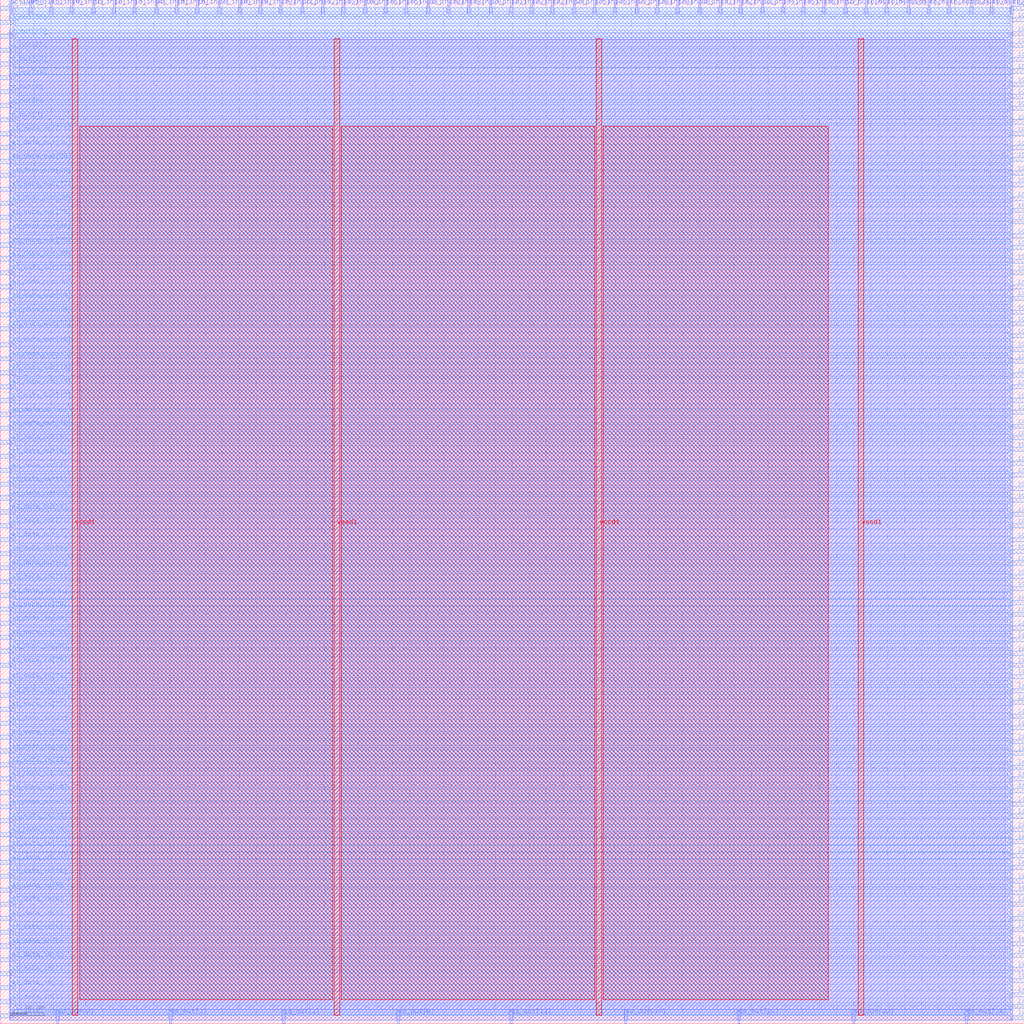
<source format=lef>
VERSION 5.7 ;
  NOWIREEXTENSIONATPIN ON ;
  DIVIDERCHAR "/" ;
  BUSBITCHARS "[]" ;
MACRO wrapped_vgademo_on_fpga
  CLASS BLOCK ;
  FOREIGN wrapped_vgademo_on_fpga ;
  ORIGIN 0.000 0.000 ;
  SIZE 300.000 BY 300.000 ;
  PIN active
    DIRECTION INPUT ;
    USE SIGNAL ;
    PORT
      LAYER met2 ;
        RECT 2.710 296.000 3.270 300.000 ;
    END
  END active
  PIN io_in[0]
    DIRECTION INPUT ;
    USE SIGNAL ;
    PORT
      LAYER met2 ;
        RECT 14.670 296.000 15.230 300.000 ;
    END
  END io_in[0]
  PIN io_in[10]
    DIRECTION INPUT ;
    USE SIGNAL ;
    PORT
      LAYER met2 ;
        RECT 75.850 296.000 76.410 300.000 ;
    END
  END io_in[10]
  PIN io_in[11]
    DIRECTION INPUT ;
    USE SIGNAL ;
    PORT
      LAYER met2 ;
        RECT 81.830 296.000 82.390 300.000 ;
    END
  END io_in[11]
  PIN io_in[12]
    DIRECTION INPUT ;
    USE SIGNAL ;
    PORT
      LAYER met2 ;
        RECT 88.270 296.000 88.830 300.000 ;
    END
  END io_in[12]
  PIN io_in[13]
    DIRECTION INPUT ;
    USE SIGNAL ;
    PORT
      LAYER met2 ;
        RECT 94.250 296.000 94.810 300.000 ;
    END
  END io_in[13]
  PIN io_in[14]
    DIRECTION INPUT ;
    USE SIGNAL ;
    PORT
      LAYER met2 ;
        RECT 100.230 296.000 100.790 300.000 ;
    END
  END io_in[14]
  PIN io_in[15]
    DIRECTION INPUT ;
    USE SIGNAL ;
    PORT
      LAYER met2 ;
        RECT 106.670 296.000 107.230 300.000 ;
    END
  END io_in[15]
  PIN io_in[16]
    DIRECTION INPUT ;
    USE SIGNAL ;
    PORT
      LAYER met2 ;
        RECT 112.650 296.000 113.210 300.000 ;
    END
  END io_in[16]
  PIN io_in[17]
    DIRECTION INPUT ;
    USE SIGNAL ;
    PORT
      LAYER met2 ;
        RECT 118.630 296.000 119.190 300.000 ;
    END
  END io_in[17]
  PIN io_in[18]
    DIRECTION INPUT ;
    USE SIGNAL ;
    PORT
      LAYER met2 ;
        RECT 125.070 296.000 125.630 300.000 ;
    END
  END io_in[18]
  PIN io_in[19]
    DIRECTION INPUT ;
    USE SIGNAL ;
    PORT
      LAYER met2 ;
        RECT 131.050 296.000 131.610 300.000 ;
    END
  END io_in[19]
  PIN io_in[1]
    DIRECTION INPUT ;
    USE SIGNAL ;
    PORT
      LAYER met2 ;
        RECT 20.650 296.000 21.210 300.000 ;
    END
  END io_in[1]
  PIN io_in[20]
    DIRECTION INPUT ;
    USE SIGNAL ;
    PORT
      LAYER met2 ;
        RECT 137.030 296.000 137.590 300.000 ;
    END
  END io_in[20]
  PIN io_in[21]
    DIRECTION INPUT ;
    USE SIGNAL ;
    PORT
      LAYER met2 ;
        RECT 143.470 296.000 144.030 300.000 ;
    END
  END io_in[21]
  PIN io_in[22]
    DIRECTION INPUT ;
    USE SIGNAL ;
    PORT
      LAYER met2 ;
        RECT 149.450 296.000 150.010 300.000 ;
    END
  END io_in[22]
  PIN io_in[23]
    DIRECTION INPUT ;
    USE SIGNAL ;
    PORT
      LAYER met2 ;
        RECT 155.430 296.000 155.990 300.000 ;
    END
  END io_in[23]
  PIN io_in[24]
    DIRECTION INPUT ;
    USE SIGNAL ;
    PORT
      LAYER met2 ;
        RECT 161.410 296.000 161.970 300.000 ;
    END
  END io_in[24]
  PIN io_in[25]
    DIRECTION INPUT ;
    USE SIGNAL ;
    PORT
      LAYER met2 ;
        RECT 167.850 296.000 168.410 300.000 ;
    END
  END io_in[25]
  PIN io_in[26]
    DIRECTION INPUT ;
    USE SIGNAL ;
    PORT
      LAYER met2 ;
        RECT 173.830 296.000 174.390 300.000 ;
    END
  END io_in[26]
  PIN io_in[27]
    DIRECTION INPUT ;
    USE SIGNAL ;
    PORT
      LAYER met2 ;
        RECT 179.810 296.000 180.370 300.000 ;
    END
  END io_in[27]
  PIN io_in[28]
    DIRECTION INPUT ;
    USE SIGNAL ;
    PORT
      LAYER met2 ;
        RECT 186.250 296.000 186.810 300.000 ;
    END
  END io_in[28]
  PIN io_in[29]
    DIRECTION INPUT ;
    USE SIGNAL ;
    PORT
      LAYER met2 ;
        RECT 192.230 296.000 192.790 300.000 ;
    END
  END io_in[29]
  PIN io_in[2]
    DIRECTION INPUT ;
    USE SIGNAL ;
    PORT
      LAYER met2 ;
        RECT 27.090 296.000 27.650 300.000 ;
    END
  END io_in[2]
  PIN io_in[30]
    DIRECTION INPUT ;
    USE SIGNAL ;
    PORT
      LAYER met2 ;
        RECT 198.210 296.000 198.770 300.000 ;
    END
  END io_in[30]
  PIN io_in[31]
    DIRECTION INPUT ;
    USE SIGNAL ;
    PORT
      LAYER met2 ;
        RECT 204.650 296.000 205.210 300.000 ;
    END
  END io_in[31]
  PIN io_in[32]
    DIRECTION INPUT ;
    USE SIGNAL ;
    PORT
      LAYER met2 ;
        RECT 210.630 296.000 211.190 300.000 ;
    END
  END io_in[32]
  PIN io_in[33]
    DIRECTION INPUT ;
    USE SIGNAL ;
    PORT
      LAYER met2 ;
        RECT 216.610 296.000 217.170 300.000 ;
    END
  END io_in[33]
  PIN io_in[34]
    DIRECTION INPUT ;
    USE SIGNAL ;
    PORT
      LAYER met2 ;
        RECT 223.050 296.000 223.610 300.000 ;
    END
  END io_in[34]
  PIN io_in[35]
    DIRECTION INPUT ;
    USE SIGNAL ;
    PORT
      LAYER met2 ;
        RECT 229.030 296.000 229.590 300.000 ;
    END
  END io_in[35]
  PIN io_in[36]
    DIRECTION INPUT ;
    USE SIGNAL ;
    PORT
      LAYER met2 ;
        RECT 235.010 296.000 235.570 300.000 ;
    END
  END io_in[36]
  PIN io_in[37]
    DIRECTION INPUT ;
    USE SIGNAL ;
    PORT
      LAYER met2 ;
        RECT 240.990 296.000 241.550 300.000 ;
    END
  END io_in[37]
  PIN io_in[3]
    DIRECTION INPUT ;
    USE SIGNAL ;
    PORT
      LAYER met2 ;
        RECT 33.070 296.000 33.630 300.000 ;
    END
  END io_in[3]
  PIN io_in[4]
    DIRECTION INPUT ;
    USE SIGNAL ;
    PORT
      LAYER met2 ;
        RECT 39.050 296.000 39.610 300.000 ;
    END
  END io_in[4]
  PIN io_in[5]
    DIRECTION INPUT ;
    USE SIGNAL ;
    PORT
      LAYER met2 ;
        RECT 45.490 296.000 46.050 300.000 ;
    END
  END io_in[5]
  PIN io_in[6]
    DIRECTION INPUT ;
    USE SIGNAL ;
    PORT
      LAYER met2 ;
        RECT 51.470 296.000 52.030 300.000 ;
    END
  END io_in[6]
  PIN io_in[7]
    DIRECTION INPUT ;
    USE SIGNAL ;
    PORT
      LAYER met2 ;
        RECT 57.450 296.000 58.010 300.000 ;
    END
  END io_in[7]
  PIN io_in[8]
    DIRECTION INPUT ;
    USE SIGNAL ;
    PORT
      LAYER met2 ;
        RECT 63.890 296.000 64.450 300.000 ;
    END
  END io_in[8]
  PIN io_in[9]
    DIRECTION INPUT ;
    USE SIGNAL ;
    PORT
      LAYER met2 ;
        RECT 69.870 296.000 70.430 300.000 ;
    END
  END io_in[9]
  PIN io_oeb[0]
    DIRECTION OUTPUT TRISTATE ;
    USE SIGNAL ;
    PORT
      LAYER met3 ;
        RECT 296.000 119.420 300.000 120.620 ;
    END
  END io_oeb[0]
  PIN io_oeb[10]
    DIRECTION OUTPUT TRISTATE ;
    USE SIGNAL ;
    PORT
      LAYER met3 ;
        RECT 296.000 156.140 300.000 157.340 ;
    END
  END io_oeb[10]
  PIN io_oeb[11]
    DIRECTION OUTPUT TRISTATE ;
    USE SIGNAL ;
    PORT
      LAYER met3 ;
        RECT 296.000 160.220 300.000 161.420 ;
    END
  END io_oeb[11]
  PIN io_oeb[12]
    DIRECTION OUTPUT TRISTATE ;
    USE SIGNAL ;
    PORT
      LAYER met3 ;
        RECT 296.000 163.620 300.000 164.820 ;
    END
  END io_oeb[12]
  PIN io_oeb[13]
    DIRECTION OUTPUT TRISTATE ;
    USE SIGNAL ;
    PORT
      LAYER met3 ;
        RECT 296.000 167.700 300.000 168.900 ;
    END
  END io_oeb[13]
  PIN io_oeb[14]
    DIRECTION OUTPUT TRISTATE ;
    USE SIGNAL ;
    PORT
      LAYER met3 ;
        RECT 296.000 171.100 300.000 172.300 ;
    END
  END io_oeb[14]
  PIN io_oeb[15]
    DIRECTION OUTPUT TRISTATE ;
    USE SIGNAL ;
    PORT
      LAYER met3 ;
        RECT 296.000 174.500 300.000 175.700 ;
    END
  END io_oeb[15]
  PIN io_oeb[16]
    DIRECTION OUTPUT TRISTATE ;
    USE SIGNAL ;
    PORT
      LAYER met3 ;
        RECT 296.000 178.580 300.000 179.780 ;
    END
  END io_oeb[16]
  PIN io_oeb[17]
    DIRECTION OUTPUT TRISTATE ;
    USE SIGNAL ;
    PORT
      LAYER met3 ;
        RECT 296.000 181.980 300.000 183.180 ;
    END
  END io_oeb[17]
  PIN io_oeb[18]
    DIRECTION OUTPUT TRISTATE ;
    USE SIGNAL ;
    PORT
      LAYER met3 ;
        RECT 296.000 186.060 300.000 187.260 ;
    END
  END io_oeb[18]
  PIN io_oeb[19]
    DIRECTION OUTPUT TRISTATE ;
    USE SIGNAL ;
    PORT
      LAYER met3 ;
        RECT 296.000 189.460 300.000 190.660 ;
    END
  END io_oeb[19]
  PIN io_oeb[1]
    DIRECTION OUTPUT TRISTATE ;
    USE SIGNAL ;
    PORT
      LAYER met3 ;
        RECT 296.000 122.820 300.000 124.020 ;
    END
  END io_oeb[1]
  PIN io_oeb[20]
    DIRECTION OUTPUT TRISTATE ;
    USE SIGNAL ;
    PORT
      LAYER met3 ;
        RECT 296.000 193.540 300.000 194.740 ;
    END
  END io_oeb[20]
  PIN io_oeb[21]
    DIRECTION OUTPUT TRISTATE ;
    USE SIGNAL ;
    PORT
      LAYER met3 ;
        RECT 296.000 196.940 300.000 198.140 ;
    END
  END io_oeb[21]
  PIN io_oeb[22]
    DIRECTION OUTPUT TRISTATE ;
    USE SIGNAL ;
    PORT
      LAYER met3 ;
        RECT 296.000 201.020 300.000 202.220 ;
    END
  END io_oeb[22]
  PIN io_oeb[23]
    DIRECTION OUTPUT TRISTATE ;
    USE SIGNAL ;
    PORT
      LAYER met3 ;
        RECT 296.000 204.420 300.000 205.620 ;
    END
  END io_oeb[23]
  PIN io_oeb[24]
    DIRECTION OUTPUT TRISTATE ;
    USE SIGNAL ;
    PORT
      LAYER met3 ;
        RECT 296.000 207.820 300.000 209.020 ;
    END
  END io_oeb[24]
  PIN io_oeb[25]
    DIRECTION OUTPUT TRISTATE ;
    USE SIGNAL ;
    PORT
      LAYER met3 ;
        RECT 296.000 211.900 300.000 213.100 ;
    END
  END io_oeb[25]
  PIN io_oeb[26]
    DIRECTION OUTPUT TRISTATE ;
    USE SIGNAL ;
    PORT
      LAYER met3 ;
        RECT 296.000 215.300 300.000 216.500 ;
    END
  END io_oeb[26]
  PIN io_oeb[27]
    DIRECTION OUTPUT TRISTATE ;
    USE SIGNAL ;
    PORT
      LAYER met3 ;
        RECT 296.000 219.380 300.000 220.580 ;
    END
  END io_oeb[27]
  PIN io_oeb[28]
    DIRECTION OUTPUT TRISTATE ;
    USE SIGNAL ;
    PORT
      LAYER met3 ;
        RECT 296.000 222.780 300.000 223.980 ;
    END
  END io_oeb[28]
  PIN io_oeb[29]
    DIRECTION OUTPUT TRISTATE ;
    USE SIGNAL ;
    PORT
      LAYER met3 ;
        RECT 296.000 226.860 300.000 228.060 ;
    END
  END io_oeb[29]
  PIN io_oeb[2]
    DIRECTION OUTPUT TRISTATE ;
    USE SIGNAL ;
    PORT
      LAYER met3 ;
        RECT 296.000 126.900 300.000 128.100 ;
    END
  END io_oeb[2]
  PIN io_oeb[30]
    DIRECTION OUTPUT TRISTATE ;
    USE SIGNAL ;
    PORT
      LAYER met3 ;
        RECT 296.000 230.260 300.000 231.460 ;
    END
  END io_oeb[30]
  PIN io_oeb[31]
    DIRECTION OUTPUT TRISTATE ;
    USE SIGNAL ;
    PORT
      LAYER met3 ;
        RECT 296.000 234.340 300.000 235.540 ;
    END
  END io_oeb[31]
  PIN io_oeb[32]
    DIRECTION OUTPUT TRISTATE ;
    USE SIGNAL ;
    PORT
      LAYER met3 ;
        RECT 296.000 237.740 300.000 238.940 ;
    END
  END io_oeb[32]
  PIN io_oeb[33]
    DIRECTION OUTPUT TRISTATE ;
    USE SIGNAL ;
    PORT
      LAYER met3 ;
        RECT 296.000 241.140 300.000 242.340 ;
    END
  END io_oeb[33]
  PIN io_oeb[34]
    DIRECTION OUTPUT TRISTATE ;
    USE SIGNAL ;
    PORT
      LAYER met3 ;
        RECT 296.000 245.220 300.000 246.420 ;
    END
  END io_oeb[34]
  PIN io_oeb[35]
    DIRECTION OUTPUT TRISTATE ;
    USE SIGNAL ;
    PORT
      LAYER met3 ;
        RECT 296.000 248.620 300.000 249.820 ;
    END
  END io_oeb[35]
  PIN io_oeb[36]
    DIRECTION OUTPUT TRISTATE ;
    USE SIGNAL ;
    PORT
      LAYER met3 ;
        RECT 296.000 252.700 300.000 253.900 ;
    END
  END io_oeb[36]
  PIN io_oeb[37]
    DIRECTION OUTPUT TRISTATE ;
    USE SIGNAL ;
    PORT
      LAYER met3 ;
        RECT 296.000 256.100 300.000 257.300 ;
    END
  END io_oeb[37]
  PIN io_oeb[3]
    DIRECTION OUTPUT TRISTATE ;
    USE SIGNAL ;
    PORT
      LAYER met3 ;
        RECT 296.000 130.300 300.000 131.500 ;
    END
  END io_oeb[3]
  PIN io_oeb[4]
    DIRECTION OUTPUT TRISTATE ;
    USE SIGNAL ;
    PORT
      LAYER met3 ;
        RECT 296.000 134.380 300.000 135.580 ;
    END
  END io_oeb[4]
  PIN io_oeb[5]
    DIRECTION OUTPUT TRISTATE ;
    USE SIGNAL ;
    PORT
      LAYER met3 ;
        RECT 296.000 137.780 300.000 138.980 ;
    END
  END io_oeb[5]
  PIN io_oeb[6]
    DIRECTION OUTPUT TRISTATE ;
    USE SIGNAL ;
    PORT
      LAYER met3 ;
        RECT 296.000 141.180 300.000 142.380 ;
    END
  END io_oeb[6]
  PIN io_oeb[7]
    DIRECTION OUTPUT TRISTATE ;
    USE SIGNAL ;
    PORT
      LAYER met3 ;
        RECT 296.000 145.260 300.000 146.460 ;
    END
  END io_oeb[7]
  PIN io_oeb[8]
    DIRECTION OUTPUT TRISTATE ;
    USE SIGNAL ;
    PORT
      LAYER met3 ;
        RECT 296.000 148.660 300.000 149.860 ;
    END
  END io_oeb[8]
  PIN io_oeb[9]
    DIRECTION OUTPUT TRISTATE ;
    USE SIGNAL ;
    PORT
      LAYER met3 ;
        RECT 296.000 152.740 300.000 153.940 ;
    END
  END io_oeb[9]
  PIN io_out[0]
    DIRECTION OUTPUT TRISTATE ;
    USE SIGNAL ;
    PORT
      LAYER met2 ;
        RECT 16.510 0.000 17.070 4.000 ;
    END
  END io_out[0]
  PIN io_out[10]
    DIRECTION OUTPUT TRISTATE ;
    USE SIGNAL ;
    PORT
      LAYER met2 ;
        RECT 247.430 296.000 247.990 300.000 ;
    END
  END io_out[10]
  PIN io_out[11]
    DIRECTION OUTPUT TRISTATE ;
    USE SIGNAL ;
    PORT
      LAYER met3 ;
        RECT 296.000 271.060 300.000 272.260 ;
    END
  END io_out[11]
  PIN io_out[12]
    DIRECTION OUTPUT TRISTATE ;
    USE SIGNAL ;
    PORT
      LAYER met3 ;
        RECT 296.000 274.460 300.000 275.660 ;
    END
  END io_out[12]
  PIN io_out[13]
    DIRECTION OUTPUT TRISTATE ;
    USE SIGNAL ;
    PORT
      LAYER met2 ;
        RECT 149.450 0.000 150.010 4.000 ;
    END
  END io_out[13]
  PIN io_out[14]
    DIRECTION OUTPUT TRISTATE ;
    USE SIGNAL ;
    PORT
      LAYER met2 ;
        RECT 183.030 0.000 183.590 4.000 ;
    END
  END io_out[14]
  PIN io_out[15]
    DIRECTION OUTPUT TRISTATE ;
    USE SIGNAL ;
    PORT
      LAYER met2 ;
        RECT 253.410 296.000 253.970 300.000 ;
    END
  END io_out[15]
  PIN io_out[16]
    DIRECTION OUTPUT TRISTATE ;
    USE SIGNAL ;
    PORT
      LAYER met3 ;
        RECT 296.000 278.540 300.000 279.740 ;
    END
  END io_out[16]
  PIN io_out[17]
    DIRECTION OUTPUT TRISTATE ;
    USE SIGNAL ;
    PORT
      LAYER met3 ;
        RECT 296.000 281.940 300.000 283.140 ;
    END
  END io_out[17]
  PIN io_out[18]
    DIRECTION OUTPUT TRISTATE ;
    USE SIGNAL ;
    PORT
      LAYER met3 ;
        RECT 296.000 286.020 300.000 287.220 ;
    END
  END io_out[18]
  PIN io_out[19]
    DIRECTION OUTPUT TRISTATE ;
    USE SIGNAL ;
    PORT
      LAYER met3 ;
        RECT 0.000 276.500 4.000 277.700 ;
    END
  END io_out[19]
  PIN io_out[1]
    DIRECTION OUTPUT TRISTATE ;
    USE SIGNAL ;
    PORT
      LAYER met3 ;
        RECT 296.000 260.180 300.000 261.380 ;
    END
  END io_out[1]
  PIN io_out[20]
    DIRECTION OUTPUT TRISTATE ;
    USE SIGNAL ;
    PORT
      LAYER met2 ;
        RECT 216.150 0.000 216.710 4.000 ;
    END
  END io_out[20]
  PIN io_out[21]
    DIRECTION OUTPUT TRISTATE ;
    USE SIGNAL ;
    PORT
      LAYER met3 ;
        RECT 296.000 289.420 300.000 290.620 ;
    END
  END io_out[21]
  PIN io_out[22]
    DIRECTION OUTPUT TRISTATE ;
    USE SIGNAL ;
    PORT
      LAYER met2 ;
        RECT 249.730 0.000 250.290 4.000 ;
    END
  END io_out[22]
  PIN io_out[23]
    DIRECTION OUTPUT TRISTATE ;
    USE SIGNAL ;
    PORT
      LAYER met3 ;
        RECT 0.000 280.580 4.000 281.780 ;
    END
  END io_out[23]
  PIN io_out[24]
    DIRECTION OUTPUT TRISTATE ;
    USE SIGNAL ;
    PORT
      LAYER met3 ;
        RECT 296.000 293.500 300.000 294.700 ;
    END
  END io_out[24]
  PIN io_out[25]
    DIRECTION OUTPUT TRISTATE ;
    USE SIGNAL ;
    PORT
      LAYER met3 ;
        RECT 0.000 284.660 4.000 285.860 ;
    END
  END io_out[25]
  PIN io_out[26]
    DIRECTION OUTPUT TRISTATE ;
    USE SIGNAL ;
    PORT
      LAYER met2 ;
        RECT 259.390 296.000 259.950 300.000 ;
    END
  END io_out[26]
  PIN io_out[27]
    DIRECTION OUTPUT TRISTATE ;
    USE SIGNAL ;
    PORT
      LAYER met3 ;
        RECT 0.000 288.740 4.000 289.940 ;
    END
  END io_out[27]
  PIN io_out[28]
    DIRECTION OUTPUT TRISTATE ;
    USE SIGNAL ;
    PORT
      LAYER met2 ;
        RECT 265.830 296.000 266.390 300.000 ;
    END
  END io_out[28]
  PIN io_out[29]
    DIRECTION OUTPUT TRISTATE ;
    USE SIGNAL ;
    PORT
      LAYER met3 ;
        RECT 296.000 296.900 300.000 298.100 ;
    END
  END io_out[29]
  PIN io_out[2]
    DIRECTION OUTPUT TRISTATE ;
    USE SIGNAL ;
    PORT
      LAYER met2 ;
        RECT 49.630 0.000 50.190 4.000 ;
    END
  END io_out[2]
  PIN io_out[30]
    DIRECTION OUTPUT TRISTATE ;
    USE SIGNAL ;
    PORT
      LAYER met3 ;
        RECT 0.000 292.820 4.000 294.020 ;
    END
  END io_out[30]
  PIN io_out[31]
    DIRECTION OUTPUT TRISTATE ;
    USE SIGNAL ;
    PORT
      LAYER met2 ;
        RECT 271.810 296.000 272.370 300.000 ;
    END
  END io_out[31]
  PIN io_out[32]
    DIRECTION OUTPUT TRISTATE ;
    USE SIGNAL ;
    PORT
      LAYER met2 ;
        RECT 277.790 296.000 278.350 300.000 ;
    END
  END io_out[32]
  PIN io_out[33]
    DIRECTION OUTPUT TRISTATE ;
    USE SIGNAL ;
    PORT
      LAYER met2 ;
        RECT 284.230 296.000 284.790 300.000 ;
    END
  END io_out[33]
  PIN io_out[34]
    DIRECTION OUTPUT TRISTATE ;
    USE SIGNAL ;
    PORT
      LAYER met2 ;
        RECT 282.850 0.000 283.410 4.000 ;
    END
  END io_out[34]
  PIN io_out[35]
    DIRECTION OUTPUT TRISTATE ;
    USE SIGNAL ;
    PORT
      LAYER met3 ;
        RECT 0.000 296.900 4.000 298.100 ;
    END
  END io_out[35]
  PIN io_out[36]
    DIRECTION OUTPUT TRISTATE ;
    USE SIGNAL ;
    PORT
      LAYER met2 ;
        RECT 290.210 296.000 290.770 300.000 ;
    END
  END io_out[36]
  PIN io_out[37]
    DIRECTION OUTPUT TRISTATE ;
    USE SIGNAL ;
    PORT
      LAYER met2 ;
        RECT 296.190 296.000 296.750 300.000 ;
    END
  END io_out[37]
  PIN io_out[3]
    DIRECTION OUTPUT TRISTATE ;
    USE SIGNAL ;
    PORT
      LAYER met2 ;
        RECT 82.750 0.000 83.310 4.000 ;
    END
  END io_out[3]
  PIN io_out[4]
    DIRECTION OUTPUT TRISTATE ;
    USE SIGNAL ;
    PORT
      LAYER met3 ;
        RECT 296.000 263.580 300.000 264.780 ;
    END
  END io_out[4]
  PIN io_out[5]
    DIRECTION OUTPUT TRISTATE ;
    USE SIGNAL ;
    PORT
      LAYER met2 ;
        RECT 116.330 0.000 116.890 4.000 ;
    END
  END io_out[5]
  PIN io_out[6]
    DIRECTION OUTPUT TRISTATE ;
    USE SIGNAL ;
    PORT
      LAYER met3 ;
        RECT 296.000 267.660 300.000 268.860 ;
    END
  END io_out[6]
  PIN io_out[7]
    DIRECTION OUTPUT TRISTATE ;
    USE SIGNAL ;
    PORT
      LAYER met3 ;
        RECT 0.000 264.260 4.000 265.460 ;
    END
  END io_out[7]
  PIN io_out[8]
    DIRECTION OUTPUT TRISTATE ;
    USE SIGNAL ;
    PORT
      LAYER met3 ;
        RECT 0.000 268.340 4.000 269.540 ;
    END
  END io_out[8]
  PIN io_out[9]
    DIRECTION OUTPUT TRISTATE ;
    USE SIGNAL ;
    PORT
      LAYER met3 ;
        RECT 0.000 272.420 4.000 273.620 ;
    END
  END io_out[9]
  PIN la1_data_in[0]
    DIRECTION INPUT ;
    USE SIGNAL ;
    PORT
      LAYER met3 ;
        RECT 0.000 1.780 4.000 2.980 ;
    END
  END la1_data_in[0]
  PIN la1_data_in[10]
    DIRECTION INPUT ;
    USE SIGNAL ;
    PORT
      LAYER met3 ;
        RECT 0.000 42.580 4.000 43.780 ;
    END
  END la1_data_in[10]
  PIN la1_data_in[11]
    DIRECTION INPUT ;
    USE SIGNAL ;
    PORT
      LAYER met3 ;
        RECT 0.000 46.660 4.000 47.860 ;
    END
  END la1_data_in[11]
  PIN la1_data_in[12]
    DIRECTION INPUT ;
    USE SIGNAL ;
    PORT
      LAYER met3 ;
        RECT 0.000 50.740 4.000 51.940 ;
    END
  END la1_data_in[12]
  PIN la1_data_in[13]
    DIRECTION INPUT ;
    USE SIGNAL ;
    PORT
      LAYER met3 ;
        RECT 0.000 54.820 4.000 56.020 ;
    END
  END la1_data_in[13]
  PIN la1_data_in[14]
    DIRECTION INPUT ;
    USE SIGNAL ;
    PORT
      LAYER met3 ;
        RECT 0.000 58.900 4.000 60.100 ;
    END
  END la1_data_in[14]
  PIN la1_data_in[15]
    DIRECTION INPUT ;
    USE SIGNAL ;
    PORT
      LAYER met3 ;
        RECT 0.000 62.980 4.000 64.180 ;
    END
  END la1_data_in[15]
  PIN la1_data_in[16]
    DIRECTION INPUT ;
    USE SIGNAL ;
    PORT
      LAYER met3 ;
        RECT 0.000 67.060 4.000 68.260 ;
    END
  END la1_data_in[16]
  PIN la1_data_in[17]
    DIRECTION INPUT ;
    USE SIGNAL ;
    PORT
      LAYER met3 ;
        RECT 0.000 71.140 4.000 72.340 ;
    END
  END la1_data_in[17]
  PIN la1_data_in[18]
    DIRECTION INPUT ;
    USE SIGNAL ;
    PORT
      LAYER met3 ;
        RECT 0.000 75.220 4.000 76.420 ;
    END
  END la1_data_in[18]
  PIN la1_data_in[19]
    DIRECTION INPUT ;
    USE SIGNAL ;
    PORT
      LAYER met3 ;
        RECT 0.000 79.300 4.000 80.500 ;
    END
  END la1_data_in[19]
  PIN la1_data_in[1]
    DIRECTION INPUT ;
    USE SIGNAL ;
    PORT
      LAYER met3 ;
        RECT 0.000 5.860 4.000 7.060 ;
    END
  END la1_data_in[1]
  PIN la1_data_in[20]
    DIRECTION INPUT ;
    USE SIGNAL ;
    PORT
      LAYER met3 ;
        RECT 0.000 83.380 4.000 84.580 ;
    END
  END la1_data_in[20]
  PIN la1_data_in[21]
    DIRECTION INPUT ;
    USE SIGNAL ;
    PORT
      LAYER met3 ;
        RECT 0.000 87.460 4.000 88.660 ;
    END
  END la1_data_in[21]
  PIN la1_data_in[22]
    DIRECTION INPUT ;
    USE SIGNAL ;
    PORT
      LAYER met3 ;
        RECT 0.000 91.540 4.000 92.740 ;
    END
  END la1_data_in[22]
  PIN la1_data_in[23]
    DIRECTION INPUT ;
    USE SIGNAL ;
    PORT
      LAYER met3 ;
        RECT 0.000 95.620 4.000 96.820 ;
    END
  END la1_data_in[23]
  PIN la1_data_in[24]
    DIRECTION INPUT ;
    USE SIGNAL ;
    PORT
      LAYER met3 ;
        RECT 0.000 99.700 4.000 100.900 ;
    END
  END la1_data_in[24]
  PIN la1_data_in[25]
    DIRECTION INPUT ;
    USE SIGNAL ;
    PORT
      LAYER met3 ;
        RECT 0.000 104.460 4.000 105.660 ;
    END
  END la1_data_in[25]
  PIN la1_data_in[26]
    DIRECTION INPUT ;
    USE SIGNAL ;
    PORT
      LAYER met3 ;
        RECT 0.000 108.540 4.000 109.740 ;
    END
  END la1_data_in[26]
  PIN la1_data_in[27]
    DIRECTION INPUT ;
    USE SIGNAL ;
    PORT
      LAYER met3 ;
        RECT 0.000 112.620 4.000 113.820 ;
    END
  END la1_data_in[27]
  PIN la1_data_in[28]
    DIRECTION INPUT ;
    USE SIGNAL ;
    PORT
      LAYER met3 ;
        RECT 0.000 116.700 4.000 117.900 ;
    END
  END la1_data_in[28]
  PIN la1_data_in[29]
    DIRECTION INPUT ;
    USE SIGNAL ;
    PORT
      LAYER met3 ;
        RECT 0.000 120.780 4.000 121.980 ;
    END
  END la1_data_in[29]
  PIN la1_data_in[2]
    DIRECTION INPUT ;
    USE SIGNAL ;
    PORT
      LAYER met3 ;
        RECT 0.000 9.940 4.000 11.140 ;
    END
  END la1_data_in[2]
  PIN la1_data_in[30]
    DIRECTION INPUT ;
    USE SIGNAL ;
    PORT
      LAYER met3 ;
        RECT 0.000 124.860 4.000 126.060 ;
    END
  END la1_data_in[30]
  PIN la1_data_in[31]
    DIRECTION INPUT ;
    USE SIGNAL ;
    PORT
      LAYER met3 ;
        RECT 0.000 128.940 4.000 130.140 ;
    END
  END la1_data_in[31]
  PIN la1_data_in[3]
    DIRECTION INPUT ;
    USE SIGNAL ;
    PORT
      LAYER met3 ;
        RECT 0.000 14.020 4.000 15.220 ;
    END
  END la1_data_in[3]
  PIN la1_data_in[4]
    DIRECTION INPUT ;
    USE SIGNAL ;
    PORT
      LAYER met3 ;
        RECT 0.000 18.100 4.000 19.300 ;
    END
  END la1_data_in[4]
  PIN la1_data_in[5]
    DIRECTION INPUT ;
    USE SIGNAL ;
    PORT
      LAYER met3 ;
        RECT 0.000 22.180 4.000 23.380 ;
    END
  END la1_data_in[5]
  PIN la1_data_in[6]
    DIRECTION INPUT ;
    USE SIGNAL ;
    PORT
      LAYER met3 ;
        RECT 0.000 26.260 4.000 27.460 ;
    END
  END la1_data_in[6]
  PIN la1_data_in[7]
    DIRECTION INPUT ;
    USE SIGNAL ;
    PORT
      LAYER met3 ;
        RECT 0.000 30.340 4.000 31.540 ;
    END
  END la1_data_in[7]
  PIN la1_data_in[8]
    DIRECTION INPUT ;
    USE SIGNAL ;
    PORT
      LAYER met3 ;
        RECT 0.000 34.420 4.000 35.620 ;
    END
  END la1_data_in[8]
  PIN la1_data_in[9]
    DIRECTION INPUT ;
    USE SIGNAL ;
    PORT
      LAYER met3 ;
        RECT 0.000 38.500 4.000 39.700 ;
    END
  END la1_data_in[9]
  PIN la1_data_out[0]
    DIRECTION OUTPUT TRISTATE ;
    USE SIGNAL ;
    PORT
      LAYER met3 ;
        RECT 0.000 133.020 4.000 134.220 ;
    END
  END la1_data_out[0]
  PIN la1_data_out[10]
    DIRECTION OUTPUT TRISTATE ;
    USE SIGNAL ;
    PORT
      LAYER met3 ;
        RECT 0.000 173.820 4.000 175.020 ;
    END
  END la1_data_out[10]
  PIN la1_data_out[11]
    DIRECTION OUTPUT TRISTATE ;
    USE SIGNAL ;
    PORT
      LAYER met3 ;
        RECT 0.000 177.900 4.000 179.100 ;
    END
  END la1_data_out[11]
  PIN la1_data_out[12]
    DIRECTION OUTPUT TRISTATE ;
    USE SIGNAL ;
    PORT
      LAYER met3 ;
        RECT 0.000 181.980 4.000 183.180 ;
    END
  END la1_data_out[12]
  PIN la1_data_out[13]
    DIRECTION OUTPUT TRISTATE ;
    USE SIGNAL ;
    PORT
      LAYER met3 ;
        RECT 0.000 186.060 4.000 187.260 ;
    END
  END la1_data_out[13]
  PIN la1_data_out[14]
    DIRECTION OUTPUT TRISTATE ;
    USE SIGNAL ;
    PORT
      LAYER met3 ;
        RECT 0.000 190.140 4.000 191.340 ;
    END
  END la1_data_out[14]
  PIN la1_data_out[15]
    DIRECTION OUTPUT TRISTATE ;
    USE SIGNAL ;
    PORT
      LAYER met3 ;
        RECT 0.000 194.220 4.000 195.420 ;
    END
  END la1_data_out[15]
  PIN la1_data_out[16]
    DIRECTION OUTPUT TRISTATE ;
    USE SIGNAL ;
    PORT
      LAYER met3 ;
        RECT 0.000 198.300 4.000 199.500 ;
    END
  END la1_data_out[16]
  PIN la1_data_out[17]
    DIRECTION OUTPUT TRISTATE ;
    USE SIGNAL ;
    PORT
      LAYER met3 ;
        RECT 0.000 203.060 4.000 204.260 ;
    END
  END la1_data_out[17]
  PIN la1_data_out[18]
    DIRECTION OUTPUT TRISTATE ;
    USE SIGNAL ;
    PORT
      LAYER met3 ;
        RECT 0.000 207.140 4.000 208.340 ;
    END
  END la1_data_out[18]
  PIN la1_data_out[19]
    DIRECTION OUTPUT TRISTATE ;
    USE SIGNAL ;
    PORT
      LAYER met3 ;
        RECT 0.000 211.220 4.000 212.420 ;
    END
  END la1_data_out[19]
  PIN la1_data_out[1]
    DIRECTION OUTPUT TRISTATE ;
    USE SIGNAL ;
    PORT
      LAYER met3 ;
        RECT 0.000 137.100 4.000 138.300 ;
    END
  END la1_data_out[1]
  PIN la1_data_out[20]
    DIRECTION OUTPUT TRISTATE ;
    USE SIGNAL ;
    PORT
      LAYER met3 ;
        RECT 0.000 215.300 4.000 216.500 ;
    END
  END la1_data_out[20]
  PIN la1_data_out[21]
    DIRECTION OUTPUT TRISTATE ;
    USE SIGNAL ;
    PORT
      LAYER met3 ;
        RECT 0.000 219.380 4.000 220.580 ;
    END
  END la1_data_out[21]
  PIN la1_data_out[22]
    DIRECTION OUTPUT TRISTATE ;
    USE SIGNAL ;
    PORT
      LAYER met3 ;
        RECT 0.000 223.460 4.000 224.660 ;
    END
  END la1_data_out[22]
  PIN la1_data_out[23]
    DIRECTION OUTPUT TRISTATE ;
    USE SIGNAL ;
    PORT
      LAYER met3 ;
        RECT 0.000 227.540 4.000 228.740 ;
    END
  END la1_data_out[23]
  PIN la1_data_out[24]
    DIRECTION OUTPUT TRISTATE ;
    USE SIGNAL ;
    PORT
      LAYER met3 ;
        RECT 0.000 231.620 4.000 232.820 ;
    END
  END la1_data_out[24]
  PIN la1_data_out[25]
    DIRECTION OUTPUT TRISTATE ;
    USE SIGNAL ;
    PORT
      LAYER met3 ;
        RECT 0.000 235.700 4.000 236.900 ;
    END
  END la1_data_out[25]
  PIN la1_data_out[26]
    DIRECTION OUTPUT TRISTATE ;
    USE SIGNAL ;
    PORT
      LAYER met3 ;
        RECT 0.000 239.780 4.000 240.980 ;
    END
  END la1_data_out[26]
  PIN la1_data_out[27]
    DIRECTION OUTPUT TRISTATE ;
    USE SIGNAL ;
    PORT
      LAYER met3 ;
        RECT 0.000 243.860 4.000 245.060 ;
    END
  END la1_data_out[27]
  PIN la1_data_out[28]
    DIRECTION OUTPUT TRISTATE ;
    USE SIGNAL ;
    PORT
      LAYER met3 ;
        RECT 0.000 247.940 4.000 249.140 ;
    END
  END la1_data_out[28]
  PIN la1_data_out[29]
    DIRECTION OUTPUT TRISTATE ;
    USE SIGNAL ;
    PORT
      LAYER met3 ;
        RECT 0.000 252.020 4.000 253.220 ;
    END
  END la1_data_out[29]
  PIN la1_data_out[2]
    DIRECTION OUTPUT TRISTATE ;
    USE SIGNAL ;
    PORT
      LAYER met3 ;
        RECT 0.000 141.180 4.000 142.380 ;
    END
  END la1_data_out[2]
  PIN la1_data_out[30]
    DIRECTION OUTPUT TRISTATE ;
    USE SIGNAL ;
    PORT
      LAYER met3 ;
        RECT 0.000 256.100 4.000 257.300 ;
    END
  END la1_data_out[30]
  PIN la1_data_out[31]
    DIRECTION OUTPUT TRISTATE ;
    USE SIGNAL ;
    PORT
      LAYER met3 ;
        RECT 0.000 260.180 4.000 261.380 ;
    END
  END la1_data_out[31]
  PIN la1_data_out[3]
    DIRECTION OUTPUT TRISTATE ;
    USE SIGNAL ;
    PORT
      LAYER met3 ;
        RECT 0.000 145.260 4.000 146.460 ;
    END
  END la1_data_out[3]
  PIN la1_data_out[4]
    DIRECTION OUTPUT TRISTATE ;
    USE SIGNAL ;
    PORT
      LAYER met3 ;
        RECT 0.000 149.340 4.000 150.540 ;
    END
  END la1_data_out[4]
  PIN la1_data_out[5]
    DIRECTION OUTPUT TRISTATE ;
    USE SIGNAL ;
    PORT
      LAYER met3 ;
        RECT 0.000 153.420 4.000 154.620 ;
    END
  END la1_data_out[5]
  PIN la1_data_out[6]
    DIRECTION OUTPUT TRISTATE ;
    USE SIGNAL ;
    PORT
      LAYER met3 ;
        RECT 0.000 157.500 4.000 158.700 ;
    END
  END la1_data_out[6]
  PIN la1_data_out[7]
    DIRECTION OUTPUT TRISTATE ;
    USE SIGNAL ;
    PORT
      LAYER met3 ;
        RECT 0.000 161.580 4.000 162.780 ;
    END
  END la1_data_out[7]
  PIN la1_data_out[8]
    DIRECTION OUTPUT TRISTATE ;
    USE SIGNAL ;
    PORT
      LAYER met3 ;
        RECT 0.000 165.660 4.000 166.860 ;
    END
  END la1_data_out[8]
  PIN la1_data_out[9]
    DIRECTION OUTPUT TRISTATE ;
    USE SIGNAL ;
    PORT
      LAYER met3 ;
        RECT 0.000 169.740 4.000 170.940 ;
    END
  END la1_data_out[9]
  PIN la1_oenb[0]
    DIRECTION INPUT ;
    USE SIGNAL ;
    PORT
      LAYER met3 ;
        RECT 296.000 1.100 300.000 2.300 ;
    END
  END la1_oenb[0]
  PIN la1_oenb[10]
    DIRECTION INPUT ;
    USE SIGNAL ;
    PORT
      LAYER met3 ;
        RECT 296.000 37.820 300.000 39.020 ;
    END
  END la1_oenb[10]
  PIN la1_oenb[11]
    DIRECTION INPUT ;
    USE SIGNAL ;
    PORT
      LAYER met3 ;
        RECT 296.000 41.220 300.000 42.420 ;
    END
  END la1_oenb[11]
  PIN la1_oenb[12]
    DIRECTION INPUT ;
    USE SIGNAL ;
    PORT
      LAYER met3 ;
        RECT 296.000 45.300 300.000 46.500 ;
    END
  END la1_oenb[12]
  PIN la1_oenb[13]
    DIRECTION INPUT ;
    USE SIGNAL ;
    PORT
      LAYER met3 ;
        RECT 296.000 48.700 300.000 49.900 ;
    END
  END la1_oenb[13]
  PIN la1_oenb[14]
    DIRECTION INPUT ;
    USE SIGNAL ;
    PORT
      LAYER met3 ;
        RECT 296.000 52.780 300.000 53.980 ;
    END
  END la1_oenb[14]
  PIN la1_oenb[15]
    DIRECTION INPUT ;
    USE SIGNAL ;
    PORT
      LAYER met3 ;
        RECT 296.000 56.180 300.000 57.380 ;
    END
  END la1_oenb[15]
  PIN la1_oenb[16]
    DIRECTION INPUT ;
    USE SIGNAL ;
    PORT
      LAYER met3 ;
        RECT 296.000 60.260 300.000 61.460 ;
    END
  END la1_oenb[16]
  PIN la1_oenb[17]
    DIRECTION INPUT ;
    USE SIGNAL ;
    PORT
      LAYER met3 ;
        RECT 296.000 63.660 300.000 64.860 ;
    END
  END la1_oenb[17]
  PIN la1_oenb[18]
    DIRECTION INPUT ;
    USE SIGNAL ;
    PORT
      LAYER met3 ;
        RECT 296.000 67.740 300.000 68.940 ;
    END
  END la1_oenb[18]
  PIN la1_oenb[19]
    DIRECTION INPUT ;
    USE SIGNAL ;
    PORT
      LAYER met3 ;
        RECT 296.000 71.140 300.000 72.340 ;
    END
  END la1_oenb[19]
  PIN la1_oenb[1]
    DIRECTION INPUT ;
    USE SIGNAL ;
    PORT
      LAYER met3 ;
        RECT 296.000 4.500 300.000 5.700 ;
    END
  END la1_oenb[1]
  PIN la1_oenb[20]
    DIRECTION INPUT ;
    USE SIGNAL ;
    PORT
      LAYER met3 ;
        RECT 296.000 74.540 300.000 75.740 ;
    END
  END la1_oenb[20]
  PIN la1_oenb[21]
    DIRECTION INPUT ;
    USE SIGNAL ;
    PORT
      LAYER met3 ;
        RECT 296.000 78.620 300.000 79.820 ;
    END
  END la1_oenb[21]
  PIN la1_oenb[22]
    DIRECTION INPUT ;
    USE SIGNAL ;
    PORT
      LAYER met3 ;
        RECT 296.000 82.020 300.000 83.220 ;
    END
  END la1_oenb[22]
  PIN la1_oenb[23]
    DIRECTION INPUT ;
    USE SIGNAL ;
    PORT
      LAYER met3 ;
        RECT 296.000 86.100 300.000 87.300 ;
    END
  END la1_oenb[23]
  PIN la1_oenb[24]
    DIRECTION INPUT ;
    USE SIGNAL ;
    PORT
      LAYER met3 ;
        RECT 296.000 89.500 300.000 90.700 ;
    END
  END la1_oenb[24]
  PIN la1_oenb[25]
    DIRECTION INPUT ;
    USE SIGNAL ;
    PORT
      LAYER met3 ;
        RECT 296.000 93.580 300.000 94.780 ;
    END
  END la1_oenb[25]
  PIN la1_oenb[26]
    DIRECTION INPUT ;
    USE SIGNAL ;
    PORT
      LAYER met3 ;
        RECT 296.000 96.980 300.000 98.180 ;
    END
  END la1_oenb[26]
  PIN la1_oenb[27]
    DIRECTION INPUT ;
    USE SIGNAL ;
    PORT
      LAYER met3 ;
        RECT 296.000 101.060 300.000 102.260 ;
    END
  END la1_oenb[27]
  PIN la1_oenb[28]
    DIRECTION INPUT ;
    USE SIGNAL ;
    PORT
      LAYER met3 ;
        RECT 296.000 104.460 300.000 105.660 ;
    END
  END la1_oenb[28]
  PIN la1_oenb[29]
    DIRECTION INPUT ;
    USE SIGNAL ;
    PORT
      LAYER met3 ;
        RECT 296.000 107.860 300.000 109.060 ;
    END
  END la1_oenb[29]
  PIN la1_oenb[2]
    DIRECTION INPUT ;
    USE SIGNAL ;
    PORT
      LAYER met3 ;
        RECT 296.000 7.900 300.000 9.100 ;
    END
  END la1_oenb[2]
  PIN la1_oenb[30]
    DIRECTION INPUT ;
    USE SIGNAL ;
    PORT
      LAYER met3 ;
        RECT 296.000 111.940 300.000 113.140 ;
    END
  END la1_oenb[30]
  PIN la1_oenb[31]
    DIRECTION INPUT ;
    USE SIGNAL ;
    PORT
      LAYER met3 ;
        RECT 296.000 115.340 300.000 116.540 ;
    END
  END la1_oenb[31]
  PIN la1_oenb[3]
    DIRECTION INPUT ;
    USE SIGNAL ;
    PORT
      LAYER met3 ;
        RECT 296.000 11.980 300.000 13.180 ;
    END
  END la1_oenb[3]
  PIN la1_oenb[4]
    DIRECTION INPUT ;
    USE SIGNAL ;
    PORT
      LAYER met3 ;
        RECT 296.000 15.380 300.000 16.580 ;
    END
  END la1_oenb[4]
  PIN la1_oenb[5]
    DIRECTION INPUT ;
    USE SIGNAL ;
    PORT
      LAYER met3 ;
        RECT 296.000 19.460 300.000 20.660 ;
    END
  END la1_oenb[5]
  PIN la1_oenb[6]
    DIRECTION INPUT ;
    USE SIGNAL ;
    PORT
      LAYER met3 ;
        RECT 296.000 22.860 300.000 24.060 ;
    END
  END la1_oenb[6]
  PIN la1_oenb[7]
    DIRECTION INPUT ;
    USE SIGNAL ;
    PORT
      LAYER met3 ;
        RECT 296.000 26.940 300.000 28.140 ;
    END
  END la1_oenb[7]
  PIN la1_oenb[8]
    DIRECTION INPUT ;
    USE SIGNAL ;
    PORT
      LAYER met3 ;
        RECT 296.000 30.340 300.000 31.540 ;
    END
  END la1_oenb[8]
  PIN la1_oenb[9]
    DIRECTION INPUT ;
    USE SIGNAL ;
    PORT
      LAYER met3 ;
        RECT 296.000 34.420 300.000 35.620 ;
    END
  END la1_oenb[9]
  PIN vccd1
    DIRECTION INPUT ;
    USE POWER ;
    PORT
      LAYER met4 ;
        RECT 21.040 2.480 22.640 288.560 ;
    END
    PORT
      LAYER met4 ;
        RECT 174.640 2.480 176.240 288.560 ;
    END
  END vccd1
  PIN vssd1
    DIRECTION INPUT ;
    USE GROUND ;
    PORT
      LAYER met4 ;
        RECT 97.840 2.480 99.440 288.560 ;
    END
    PORT
      LAYER met4 ;
        RECT 251.440 2.480 253.040 288.560 ;
    END
  END vssd1
  PIN wb_clk_i
    DIRECTION INPUT ;
    USE SIGNAL ;
    PORT
      LAYER met2 ;
        RECT 8.690 296.000 9.250 300.000 ;
    END
  END wb_clk_i
  OBS
      LAYER li1 ;
        RECT 5.520 2.635 294.400 288.405 ;
      LAYER met1 ;
        RECT 2.830 1.060 296.630 290.320 ;
      LAYER met2 ;
        RECT 3.550 295.720 8.410 297.685 ;
        RECT 9.530 295.720 14.390 297.685 ;
        RECT 15.510 295.720 20.370 297.685 ;
        RECT 21.490 295.720 26.810 297.685 ;
        RECT 27.930 295.720 32.790 297.685 ;
        RECT 33.910 295.720 38.770 297.685 ;
        RECT 39.890 295.720 45.210 297.685 ;
        RECT 46.330 295.720 51.190 297.685 ;
        RECT 52.310 295.720 57.170 297.685 ;
        RECT 58.290 295.720 63.610 297.685 ;
        RECT 64.730 295.720 69.590 297.685 ;
        RECT 70.710 295.720 75.570 297.685 ;
        RECT 76.690 295.720 81.550 297.685 ;
        RECT 82.670 295.720 87.990 297.685 ;
        RECT 89.110 295.720 93.970 297.685 ;
        RECT 95.090 295.720 99.950 297.685 ;
        RECT 101.070 295.720 106.390 297.685 ;
        RECT 107.510 295.720 112.370 297.685 ;
        RECT 113.490 295.720 118.350 297.685 ;
        RECT 119.470 295.720 124.790 297.685 ;
        RECT 125.910 295.720 130.770 297.685 ;
        RECT 131.890 295.720 136.750 297.685 ;
        RECT 137.870 295.720 143.190 297.685 ;
        RECT 144.310 295.720 149.170 297.685 ;
        RECT 150.290 295.720 155.150 297.685 ;
        RECT 156.270 295.720 161.130 297.685 ;
        RECT 162.250 295.720 167.570 297.685 ;
        RECT 168.690 295.720 173.550 297.685 ;
        RECT 174.670 295.720 179.530 297.685 ;
        RECT 180.650 295.720 185.970 297.685 ;
        RECT 187.090 295.720 191.950 297.685 ;
        RECT 193.070 295.720 197.930 297.685 ;
        RECT 199.050 295.720 204.370 297.685 ;
        RECT 205.490 295.720 210.350 297.685 ;
        RECT 211.470 295.720 216.330 297.685 ;
        RECT 217.450 295.720 222.770 297.685 ;
        RECT 223.890 295.720 228.750 297.685 ;
        RECT 229.870 295.720 234.730 297.685 ;
        RECT 235.850 295.720 240.710 297.685 ;
        RECT 241.830 295.720 247.150 297.685 ;
        RECT 248.270 295.720 253.130 297.685 ;
        RECT 254.250 295.720 259.110 297.685 ;
        RECT 260.230 295.720 265.550 297.685 ;
        RECT 266.670 295.720 271.530 297.685 ;
        RECT 272.650 295.720 277.510 297.685 ;
        RECT 278.630 295.720 283.950 297.685 ;
        RECT 285.070 295.720 289.930 297.685 ;
        RECT 291.050 295.720 295.910 297.685 ;
        RECT 2.860 4.280 296.600 295.720 ;
        RECT 2.860 1.030 16.230 4.280 ;
        RECT 17.350 1.030 49.350 4.280 ;
        RECT 50.470 1.030 82.470 4.280 ;
        RECT 83.590 1.030 116.050 4.280 ;
        RECT 117.170 1.030 149.170 4.280 ;
        RECT 150.290 1.030 182.750 4.280 ;
        RECT 183.870 1.030 215.870 4.280 ;
        RECT 216.990 1.030 249.450 4.280 ;
        RECT 250.570 1.030 282.570 4.280 ;
        RECT 283.690 1.030 296.600 4.280 ;
      LAYER met3 ;
        RECT 4.400 296.500 295.600 297.665 ;
        RECT 4.000 295.100 296.000 296.500 ;
        RECT 4.000 294.420 295.600 295.100 ;
        RECT 4.400 293.100 295.600 294.420 ;
        RECT 4.400 292.420 296.000 293.100 ;
        RECT 4.000 291.020 296.000 292.420 ;
        RECT 4.000 290.340 295.600 291.020 ;
        RECT 4.400 289.020 295.600 290.340 ;
        RECT 4.400 288.340 296.000 289.020 ;
        RECT 4.000 287.620 296.000 288.340 ;
        RECT 4.000 286.260 295.600 287.620 ;
        RECT 4.400 285.620 295.600 286.260 ;
        RECT 4.400 284.260 296.000 285.620 ;
        RECT 4.000 283.540 296.000 284.260 ;
        RECT 4.000 282.180 295.600 283.540 ;
        RECT 4.400 281.540 295.600 282.180 ;
        RECT 4.400 280.180 296.000 281.540 ;
        RECT 4.000 280.140 296.000 280.180 ;
        RECT 4.000 278.140 295.600 280.140 ;
        RECT 4.000 278.100 296.000 278.140 ;
        RECT 4.400 276.100 296.000 278.100 ;
        RECT 4.000 276.060 296.000 276.100 ;
        RECT 4.000 274.060 295.600 276.060 ;
        RECT 4.000 274.020 296.000 274.060 ;
        RECT 4.400 272.660 296.000 274.020 ;
        RECT 4.400 272.020 295.600 272.660 ;
        RECT 4.000 270.660 295.600 272.020 ;
        RECT 4.000 269.940 296.000 270.660 ;
        RECT 4.400 269.260 296.000 269.940 ;
        RECT 4.400 267.940 295.600 269.260 ;
        RECT 4.000 267.260 295.600 267.940 ;
        RECT 4.000 265.860 296.000 267.260 ;
        RECT 4.400 265.180 296.000 265.860 ;
        RECT 4.400 263.860 295.600 265.180 ;
        RECT 4.000 263.180 295.600 263.860 ;
        RECT 4.000 261.780 296.000 263.180 ;
        RECT 4.400 259.780 295.600 261.780 ;
        RECT 4.000 257.700 296.000 259.780 ;
        RECT 4.400 255.700 295.600 257.700 ;
        RECT 4.000 254.300 296.000 255.700 ;
        RECT 4.000 253.620 295.600 254.300 ;
        RECT 4.400 252.300 295.600 253.620 ;
        RECT 4.400 251.620 296.000 252.300 ;
        RECT 4.000 250.220 296.000 251.620 ;
        RECT 4.000 249.540 295.600 250.220 ;
        RECT 4.400 248.220 295.600 249.540 ;
        RECT 4.400 247.540 296.000 248.220 ;
        RECT 4.000 246.820 296.000 247.540 ;
        RECT 4.000 245.460 295.600 246.820 ;
        RECT 4.400 244.820 295.600 245.460 ;
        RECT 4.400 243.460 296.000 244.820 ;
        RECT 4.000 242.740 296.000 243.460 ;
        RECT 4.000 241.380 295.600 242.740 ;
        RECT 4.400 240.740 295.600 241.380 ;
        RECT 4.400 239.380 296.000 240.740 ;
        RECT 4.000 239.340 296.000 239.380 ;
        RECT 4.000 237.340 295.600 239.340 ;
        RECT 4.000 237.300 296.000 237.340 ;
        RECT 4.400 235.940 296.000 237.300 ;
        RECT 4.400 235.300 295.600 235.940 ;
        RECT 4.000 233.940 295.600 235.300 ;
        RECT 4.000 233.220 296.000 233.940 ;
        RECT 4.400 231.860 296.000 233.220 ;
        RECT 4.400 231.220 295.600 231.860 ;
        RECT 4.000 229.860 295.600 231.220 ;
        RECT 4.000 229.140 296.000 229.860 ;
        RECT 4.400 228.460 296.000 229.140 ;
        RECT 4.400 227.140 295.600 228.460 ;
        RECT 4.000 226.460 295.600 227.140 ;
        RECT 4.000 225.060 296.000 226.460 ;
        RECT 4.400 224.380 296.000 225.060 ;
        RECT 4.400 223.060 295.600 224.380 ;
        RECT 4.000 222.380 295.600 223.060 ;
        RECT 4.000 220.980 296.000 222.380 ;
        RECT 4.400 218.980 295.600 220.980 ;
        RECT 4.000 216.900 296.000 218.980 ;
        RECT 4.400 214.900 295.600 216.900 ;
        RECT 4.000 213.500 296.000 214.900 ;
        RECT 4.000 212.820 295.600 213.500 ;
        RECT 4.400 211.500 295.600 212.820 ;
        RECT 4.400 210.820 296.000 211.500 ;
        RECT 4.000 209.420 296.000 210.820 ;
        RECT 4.000 208.740 295.600 209.420 ;
        RECT 4.400 207.420 295.600 208.740 ;
        RECT 4.400 206.740 296.000 207.420 ;
        RECT 4.000 206.020 296.000 206.740 ;
        RECT 4.000 204.660 295.600 206.020 ;
        RECT 4.400 204.020 295.600 204.660 ;
        RECT 4.400 202.660 296.000 204.020 ;
        RECT 4.000 202.620 296.000 202.660 ;
        RECT 4.000 200.620 295.600 202.620 ;
        RECT 4.000 199.900 296.000 200.620 ;
        RECT 4.400 198.540 296.000 199.900 ;
        RECT 4.400 197.900 295.600 198.540 ;
        RECT 4.000 196.540 295.600 197.900 ;
        RECT 4.000 195.820 296.000 196.540 ;
        RECT 4.400 195.140 296.000 195.820 ;
        RECT 4.400 193.820 295.600 195.140 ;
        RECT 4.000 193.140 295.600 193.820 ;
        RECT 4.000 191.740 296.000 193.140 ;
        RECT 4.400 191.060 296.000 191.740 ;
        RECT 4.400 189.740 295.600 191.060 ;
        RECT 4.000 189.060 295.600 189.740 ;
        RECT 4.000 187.660 296.000 189.060 ;
        RECT 4.400 185.660 295.600 187.660 ;
        RECT 4.000 183.580 296.000 185.660 ;
        RECT 4.400 181.580 295.600 183.580 ;
        RECT 4.000 180.180 296.000 181.580 ;
        RECT 4.000 179.500 295.600 180.180 ;
        RECT 4.400 178.180 295.600 179.500 ;
        RECT 4.400 177.500 296.000 178.180 ;
        RECT 4.000 176.100 296.000 177.500 ;
        RECT 4.000 175.420 295.600 176.100 ;
        RECT 4.400 174.100 295.600 175.420 ;
        RECT 4.400 173.420 296.000 174.100 ;
        RECT 4.000 172.700 296.000 173.420 ;
        RECT 4.000 171.340 295.600 172.700 ;
        RECT 4.400 170.700 295.600 171.340 ;
        RECT 4.400 169.340 296.000 170.700 ;
        RECT 4.000 169.300 296.000 169.340 ;
        RECT 4.000 167.300 295.600 169.300 ;
        RECT 4.000 167.260 296.000 167.300 ;
        RECT 4.400 165.260 296.000 167.260 ;
        RECT 4.000 165.220 296.000 165.260 ;
        RECT 4.000 163.220 295.600 165.220 ;
        RECT 4.000 163.180 296.000 163.220 ;
        RECT 4.400 161.820 296.000 163.180 ;
        RECT 4.400 161.180 295.600 161.820 ;
        RECT 4.000 159.820 295.600 161.180 ;
        RECT 4.000 159.100 296.000 159.820 ;
        RECT 4.400 157.740 296.000 159.100 ;
        RECT 4.400 157.100 295.600 157.740 ;
        RECT 4.000 155.740 295.600 157.100 ;
        RECT 4.000 155.020 296.000 155.740 ;
        RECT 4.400 154.340 296.000 155.020 ;
        RECT 4.400 153.020 295.600 154.340 ;
        RECT 4.000 152.340 295.600 153.020 ;
        RECT 4.000 150.940 296.000 152.340 ;
        RECT 4.400 150.260 296.000 150.940 ;
        RECT 4.400 148.940 295.600 150.260 ;
        RECT 4.000 148.260 295.600 148.940 ;
        RECT 4.000 146.860 296.000 148.260 ;
        RECT 4.400 144.860 295.600 146.860 ;
        RECT 4.000 142.780 296.000 144.860 ;
        RECT 4.400 140.780 295.600 142.780 ;
        RECT 4.000 139.380 296.000 140.780 ;
        RECT 4.000 138.700 295.600 139.380 ;
        RECT 4.400 137.380 295.600 138.700 ;
        RECT 4.400 136.700 296.000 137.380 ;
        RECT 4.000 135.980 296.000 136.700 ;
        RECT 4.000 134.620 295.600 135.980 ;
        RECT 4.400 133.980 295.600 134.620 ;
        RECT 4.400 132.620 296.000 133.980 ;
        RECT 4.000 131.900 296.000 132.620 ;
        RECT 4.000 130.540 295.600 131.900 ;
        RECT 4.400 129.900 295.600 130.540 ;
        RECT 4.400 128.540 296.000 129.900 ;
        RECT 4.000 128.500 296.000 128.540 ;
        RECT 4.000 126.500 295.600 128.500 ;
        RECT 4.000 126.460 296.000 126.500 ;
        RECT 4.400 124.460 296.000 126.460 ;
        RECT 4.000 124.420 296.000 124.460 ;
        RECT 4.000 122.420 295.600 124.420 ;
        RECT 4.000 122.380 296.000 122.420 ;
        RECT 4.400 121.020 296.000 122.380 ;
        RECT 4.400 120.380 295.600 121.020 ;
        RECT 4.000 119.020 295.600 120.380 ;
        RECT 4.000 118.300 296.000 119.020 ;
        RECT 4.400 116.940 296.000 118.300 ;
        RECT 4.400 116.300 295.600 116.940 ;
        RECT 4.000 114.940 295.600 116.300 ;
        RECT 4.000 114.220 296.000 114.940 ;
        RECT 4.400 113.540 296.000 114.220 ;
        RECT 4.400 112.220 295.600 113.540 ;
        RECT 4.000 111.540 295.600 112.220 ;
        RECT 4.000 110.140 296.000 111.540 ;
        RECT 4.400 109.460 296.000 110.140 ;
        RECT 4.400 108.140 295.600 109.460 ;
        RECT 4.000 107.460 295.600 108.140 ;
        RECT 4.000 106.060 296.000 107.460 ;
        RECT 4.400 104.060 295.600 106.060 ;
        RECT 4.000 102.660 296.000 104.060 ;
        RECT 4.000 101.300 295.600 102.660 ;
        RECT 4.400 100.660 295.600 101.300 ;
        RECT 4.400 99.300 296.000 100.660 ;
        RECT 4.000 98.580 296.000 99.300 ;
        RECT 4.000 97.220 295.600 98.580 ;
        RECT 4.400 96.580 295.600 97.220 ;
        RECT 4.400 95.220 296.000 96.580 ;
        RECT 4.000 95.180 296.000 95.220 ;
        RECT 4.000 93.180 295.600 95.180 ;
        RECT 4.000 93.140 296.000 93.180 ;
        RECT 4.400 91.140 296.000 93.140 ;
        RECT 4.000 91.100 296.000 91.140 ;
        RECT 4.000 89.100 295.600 91.100 ;
        RECT 4.000 89.060 296.000 89.100 ;
        RECT 4.400 87.700 296.000 89.060 ;
        RECT 4.400 87.060 295.600 87.700 ;
        RECT 4.000 85.700 295.600 87.060 ;
        RECT 4.000 84.980 296.000 85.700 ;
        RECT 4.400 83.620 296.000 84.980 ;
        RECT 4.400 82.980 295.600 83.620 ;
        RECT 4.000 81.620 295.600 82.980 ;
        RECT 4.000 80.900 296.000 81.620 ;
        RECT 4.400 80.220 296.000 80.900 ;
        RECT 4.400 78.900 295.600 80.220 ;
        RECT 4.000 78.220 295.600 78.900 ;
        RECT 4.000 76.820 296.000 78.220 ;
        RECT 4.400 76.140 296.000 76.820 ;
        RECT 4.400 74.820 295.600 76.140 ;
        RECT 4.000 74.140 295.600 74.820 ;
        RECT 4.000 72.740 296.000 74.140 ;
        RECT 4.400 70.740 295.600 72.740 ;
        RECT 4.000 69.340 296.000 70.740 ;
        RECT 4.000 68.660 295.600 69.340 ;
        RECT 4.400 67.340 295.600 68.660 ;
        RECT 4.400 66.660 296.000 67.340 ;
        RECT 4.000 65.260 296.000 66.660 ;
        RECT 4.000 64.580 295.600 65.260 ;
        RECT 4.400 63.260 295.600 64.580 ;
        RECT 4.400 62.580 296.000 63.260 ;
        RECT 4.000 61.860 296.000 62.580 ;
        RECT 4.000 60.500 295.600 61.860 ;
        RECT 4.400 59.860 295.600 60.500 ;
        RECT 4.400 58.500 296.000 59.860 ;
        RECT 4.000 57.780 296.000 58.500 ;
        RECT 4.000 56.420 295.600 57.780 ;
        RECT 4.400 55.780 295.600 56.420 ;
        RECT 4.400 54.420 296.000 55.780 ;
        RECT 4.000 54.380 296.000 54.420 ;
        RECT 4.000 52.380 295.600 54.380 ;
        RECT 4.000 52.340 296.000 52.380 ;
        RECT 4.400 50.340 296.000 52.340 ;
        RECT 4.000 50.300 296.000 50.340 ;
        RECT 4.000 48.300 295.600 50.300 ;
        RECT 4.000 48.260 296.000 48.300 ;
        RECT 4.400 46.900 296.000 48.260 ;
        RECT 4.400 46.260 295.600 46.900 ;
        RECT 4.000 44.900 295.600 46.260 ;
        RECT 4.000 44.180 296.000 44.900 ;
        RECT 4.400 42.820 296.000 44.180 ;
        RECT 4.400 42.180 295.600 42.820 ;
        RECT 4.000 40.820 295.600 42.180 ;
        RECT 4.000 40.100 296.000 40.820 ;
        RECT 4.400 39.420 296.000 40.100 ;
        RECT 4.400 38.100 295.600 39.420 ;
        RECT 4.000 37.420 295.600 38.100 ;
        RECT 4.000 36.020 296.000 37.420 ;
        RECT 4.400 34.020 295.600 36.020 ;
        RECT 4.000 31.940 296.000 34.020 ;
        RECT 4.400 29.940 295.600 31.940 ;
        RECT 4.000 28.540 296.000 29.940 ;
        RECT 4.000 27.860 295.600 28.540 ;
        RECT 4.400 26.540 295.600 27.860 ;
        RECT 4.400 25.860 296.000 26.540 ;
        RECT 4.000 24.460 296.000 25.860 ;
        RECT 4.000 23.780 295.600 24.460 ;
        RECT 4.400 22.460 295.600 23.780 ;
        RECT 4.400 21.780 296.000 22.460 ;
        RECT 4.000 21.060 296.000 21.780 ;
        RECT 4.000 19.700 295.600 21.060 ;
        RECT 4.400 19.060 295.600 19.700 ;
        RECT 4.400 17.700 296.000 19.060 ;
        RECT 4.000 16.980 296.000 17.700 ;
        RECT 4.000 15.620 295.600 16.980 ;
        RECT 4.400 14.980 295.600 15.620 ;
        RECT 4.400 13.620 296.000 14.980 ;
        RECT 4.000 13.580 296.000 13.620 ;
        RECT 4.000 11.580 295.600 13.580 ;
        RECT 4.000 11.540 296.000 11.580 ;
        RECT 4.400 9.540 296.000 11.540 ;
        RECT 4.000 9.500 296.000 9.540 ;
        RECT 4.000 7.500 295.600 9.500 ;
        RECT 4.000 7.460 296.000 7.500 ;
        RECT 4.400 6.100 296.000 7.460 ;
        RECT 4.400 5.460 295.600 6.100 ;
        RECT 4.000 4.100 295.600 5.460 ;
        RECT 4.000 3.380 296.000 4.100 ;
        RECT 4.400 2.700 296.000 3.380 ;
        RECT 4.400 2.555 295.600 2.700 ;
      LAYER met4 ;
        RECT 23.295 6.975 97.440 262.985 ;
        RECT 99.840 6.975 174.240 262.985 ;
        RECT 176.640 6.975 242.585 262.985 ;
  END
END wrapped_vgademo_on_fpga
END LIBRARY


</source>
